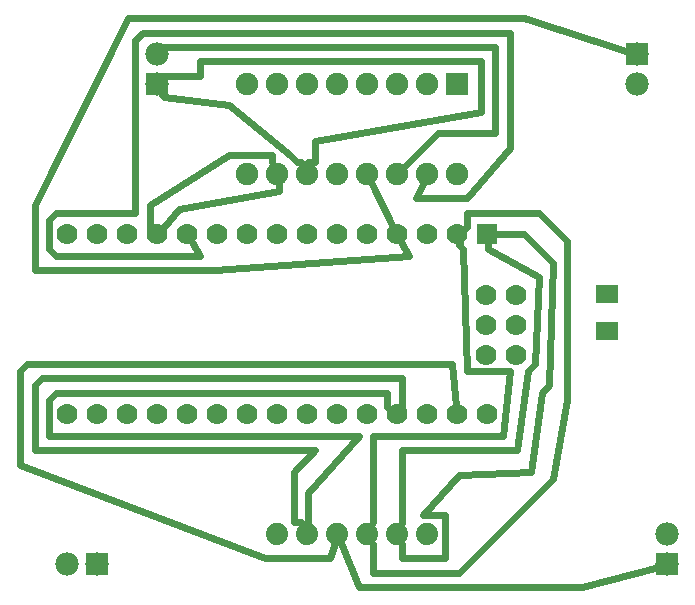
<source format=gbl>
G04 MADE WITH FRITZING*
G04 WWW.FRITZING.ORG*
G04 SINGLE SIDED*
G04 HOLES NOT PLATED*
G04 CONTOUR ON CENTER OF CONTOUR VECTOR*
%ASAXBY*%
%FSLAX23Y23*%
%MOIN*%
%OFA0B0*%
%SFA1.0B1.0*%
%ADD10C,0.070000*%
%ADD11C,0.074000*%
%ADD12C,0.075000*%
%ADD13C,0.078000*%
%ADD14R,0.070000X0.069958*%
%ADD15R,0.075000X0.075000*%
%ADD16R,0.078000X0.078000*%
%ADD17R,0.074803X0.062992*%
%ADD18C,0.024000*%
%LNCOPPER0*%
G90*
G70*
G54D10*
X1612Y1498D03*
X1512Y1498D03*
X1412Y1498D03*
X1312Y1498D03*
X1212Y1498D03*
X1112Y1498D03*
X1012Y1498D03*
X912Y1498D03*
X812Y1498D03*
X712Y1498D03*
X612Y1498D03*
X512Y1498D03*
X412Y1498D03*
X312Y1498D03*
X212Y1498D03*
X1612Y898D03*
X1512Y898D03*
X1412Y898D03*
X1312Y898D03*
X1212Y898D03*
X1112Y898D03*
X1012Y898D03*
X912Y898D03*
X812Y898D03*
X712Y898D03*
X612Y898D03*
X512Y898D03*
X412Y898D03*
X312Y898D03*
X212Y898D03*
X1707Y1297D03*
X1607Y1297D03*
X1707Y1197D03*
X1607Y1197D03*
X1707Y1097D03*
X1607Y1097D03*
G54D11*
X912Y498D03*
X1012Y498D03*
X1112Y498D03*
X1212Y498D03*
X1312Y498D03*
X1412Y498D03*
G54D12*
X1512Y1998D03*
X1512Y1698D03*
X1412Y1998D03*
X1412Y1698D03*
X1312Y1998D03*
X1312Y1698D03*
X1212Y1998D03*
X1212Y1698D03*
X1112Y1998D03*
X1112Y1698D03*
X1012Y1998D03*
X1012Y1698D03*
X912Y1998D03*
X912Y1698D03*
X812Y1998D03*
X812Y1698D03*
G54D13*
X2112Y2098D03*
X2112Y1998D03*
X2212Y398D03*
X2212Y498D03*
X512Y1998D03*
X512Y2098D03*
X312Y398D03*
X212Y398D03*
G54D14*
X1612Y1498D03*
G54D15*
X1512Y1998D03*
G54D16*
X2112Y2098D03*
X2212Y398D03*
X512Y1998D03*
X312Y398D03*
G54D17*
X2012Y1176D03*
X2012Y1298D03*
G54D18*
X919Y1670D02*
X919Y1667D01*
D02*
X919Y1667D02*
X919Y1643D01*
D02*
X919Y1643D02*
X583Y1583D01*
D02*
X583Y1583D02*
X535Y1523D01*
D02*
X535Y1523D02*
X532Y1519D01*
D02*
X901Y1724D02*
X895Y1739D01*
D02*
X895Y1739D02*
X895Y1763D01*
D02*
X895Y1763D02*
X751Y1763D01*
D02*
X751Y1763D02*
X487Y1595D01*
D02*
X487Y1595D02*
X487Y1523D01*
D02*
X487Y1523D02*
X492Y1518D01*
D02*
X999Y1723D02*
X991Y1739D01*
D02*
X991Y1739D02*
X979Y1739D01*
D02*
X979Y1739D02*
X955Y1763D01*
D02*
X955Y1763D02*
X751Y1931D01*
D02*
X751Y1931D02*
X535Y1955D01*
D02*
X535Y1955D02*
X526Y1971D01*
D02*
X1014Y1726D02*
X1015Y1739D01*
D02*
X1015Y1739D02*
X1039Y1739D01*
D02*
X1039Y1739D02*
X1039Y1811D01*
D02*
X1039Y1811D02*
X1591Y1907D01*
D02*
X1591Y1907D02*
X1591Y2075D01*
D02*
X1591Y2075D02*
X655Y2075D01*
D02*
X655Y2075D02*
X655Y2027D01*
D02*
X655Y2027D02*
X535Y2027D01*
D02*
X535Y2027D02*
X531Y2021D01*
D02*
X1521Y1470D02*
X1519Y1475D01*
D02*
X1519Y1475D02*
X1519Y1463D01*
D02*
X1519Y1463D02*
X1531Y1451D01*
D02*
X1531Y1451D02*
X1543Y1043D01*
D02*
X1543Y1043D02*
X1687Y1043D01*
D02*
X1687Y1043D02*
X1663Y827D01*
D02*
X1663Y827D02*
X1231Y827D01*
D02*
X1231Y827D02*
X1231Y539D01*
D02*
X1231Y539D02*
X1225Y526D01*
D02*
X1616Y1469D02*
X1615Y1475D01*
D02*
X1615Y1475D02*
X1615Y1451D01*
D02*
X1615Y1451D02*
X1783Y1355D01*
D02*
X1783Y1355D02*
X1771Y1067D01*
D02*
X1771Y1067D02*
X1747Y1043D01*
D02*
X1747Y1043D02*
X1711Y779D01*
D02*
X1711Y779D02*
X1327Y779D01*
D02*
X1327Y779D02*
X1327Y539D01*
D02*
X1327Y539D02*
X1323Y527D01*
D02*
X1641Y1499D02*
X1639Y1499D01*
D02*
X1639Y1499D02*
X1735Y1499D01*
D02*
X1735Y1499D02*
X1831Y1403D01*
D02*
X1831Y1403D02*
X1819Y995D01*
D02*
X1819Y995D02*
X1795Y971D01*
D02*
X1795Y971D02*
X1759Y707D01*
D02*
X1759Y707D02*
X1519Y695D01*
D02*
X1519Y695D02*
X1399Y563D01*
D02*
X1399Y563D02*
X1471Y563D01*
D02*
X1471Y563D02*
X1471Y419D01*
D02*
X1471Y419D02*
X1327Y419D01*
D02*
X1327Y419D02*
X1327Y467D01*
D02*
X1327Y467D02*
X1326Y470D01*
D02*
X1534Y1516D02*
X1543Y1523D01*
D02*
X1543Y1523D02*
X1543Y1571D01*
D02*
X1543Y1571D02*
X1783Y1571D01*
D02*
X1783Y1571D02*
X1879Y1475D01*
D02*
X1879Y1475D02*
X1879Y947D01*
D02*
X1879Y947D02*
X1831Y683D01*
D02*
X1831Y683D02*
X1519Y371D01*
D02*
X1519Y371D02*
X1231Y371D01*
D02*
X1231Y371D02*
X1231Y467D01*
D02*
X1231Y467D02*
X1228Y471D01*
D02*
X1289Y915D02*
X1279Y923D01*
D02*
X1279Y923D02*
X1279Y971D01*
D02*
X1279Y971D02*
X175Y971D01*
D02*
X175Y971D02*
X151Y947D01*
D02*
X151Y947D02*
X151Y827D01*
D02*
X151Y827D02*
X1183Y827D01*
D02*
X1183Y827D02*
X1015Y635D01*
D02*
X1015Y635D02*
X1015Y539D01*
D02*
X1015Y539D02*
X1014Y529D01*
D02*
X1327Y922D02*
X1327Y923D01*
D02*
X1327Y923D02*
X1327Y1019D01*
D02*
X1327Y1019D02*
X127Y1019D01*
D02*
X127Y1019D02*
X103Y995D01*
D02*
X103Y995D02*
X103Y779D01*
D02*
X103Y779D02*
X1039Y779D01*
D02*
X1039Y779D02*
X967Y707D01*
D02*
X967Y707D02*
X967Y539D01*
D02*
X967Y539D02*
X991Y539D01*
D02*
X991Y539D02*
X998Y525D01*
D02*
X1332Y1718D02*
X1447Y1835D01*
D02*
X1447Y1835D02*
X1639Y1835D01*
D02*
X1639Y1835D02*
X1639Y2123D01*
D02*
X1639Y2123D02*
X535Y2123D01*
D02*
X535Y2123D02*
X532Y2120D01*
D02*
X1400Y1672D02*
X1375Y1619D01*
D02*
X1375Y1619D02*
X1543Y1619D01*
D02*
X1543Y1619D02*
X1687Y1787D01*
D02*
X1687Y1787D02*
X1687Y2171D01*
D02*
X1687Y2171D02*
X463Y2171D01*
D02*
X463Y2171D02*
X439Y2147D01*
D02*
X439Y2147D02*
X439Y1571D01*
D02*
X439Y1571D02*
X175Y1571D01*
D02*
X175Y1571D02*
X151Y1547D01*
D02*
X151Y1547D02*
X151Y1451D01*
D02*
X151Y1451D02*
X175Y1427D01*
D02*
X175Y1427D02*
X655Y1427D01*
D02*
X655Y1427D02*
X627Y1473D01*
D02*
X1225Y1672D02*
X1299Y1524D01*
D02*
X1103Y468D02*
X1087Y419D01*
D02*
X1087Y419D02*
X871Y419D01*
D02*
X871Y419D02*
X55Y731D01*
D02*
X55Y731D02*
X55Y1043D01*
D02*
X55Y1043D02*
X79Y1067D01*
D02*
X79Y1067D02*
X1495Y1067D01*
D02*
X1495Y1067D02*
X1509Y927D01*
D02*
X2183Y390D02*
X1927Y323D01*
D02*
X1927Y323D02*
X1183Y323D01*
D02*
X1183Y323D02*
X1124Y469D01*
D02*
X2083Y2107D02*
X1735Y2219D01*
D02*
X1735Y2219D02*
X415Y2219D01*
D02*
X415Y2219D02*
X103Y1595D01*
D02*
X103Y1595D02*
X103Y1379D01*
D02*
X103Y1379D02*
X703Y1379D01*
D02*
X703Y1379D02*
X1351Y1427D01*
D02*
X1351Y1427D02*
X1326Y1472D01*
G04 End of Copper0*
M02*
</source>
